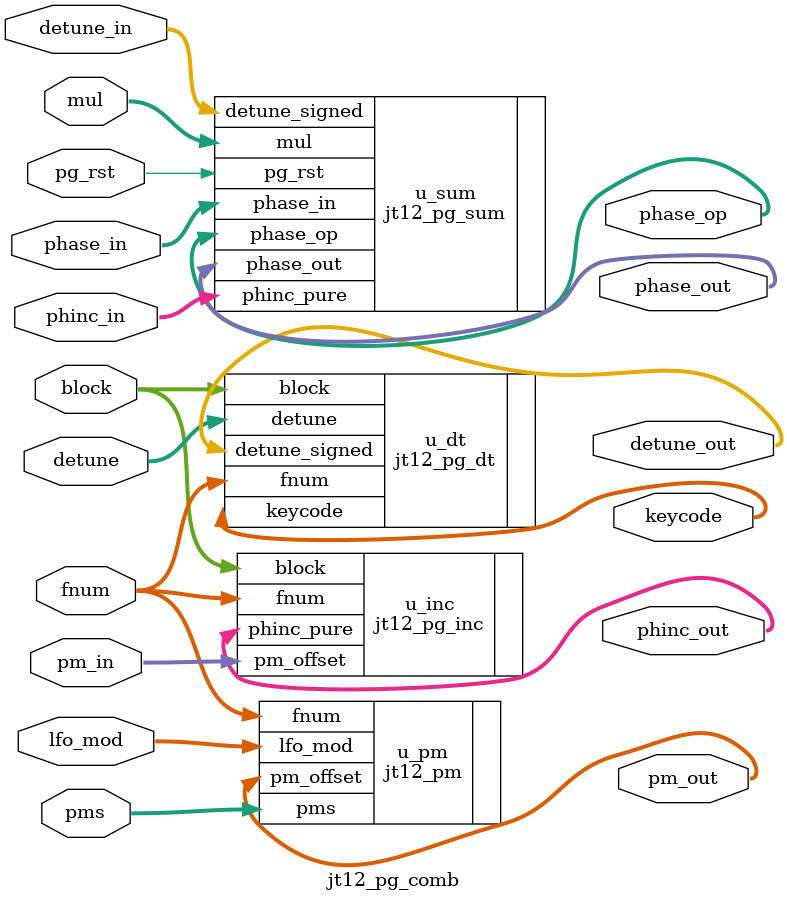
<source format=v>
/*  This file is part of JT12.

	JT12 is free software: you can redistribute it and/or modify
	it under the terms of the GNU General Public License as published by
	the Free Software Foundation, either version 3 of the License, or
	(at your option) any later version.

	JT12 is distributed in the hope that it will be useful,
	but WITHOUT ANY WARRANTY; without even the implied warranty of
	MERCHANTABILITY or FITNESS FOR A PARTICULAR PURPOSE.  See the
	GNU General Public License for more details.

	You should have received a copy of the GNU General Public License
	along with JT12.  If not, see <http://www.gnu.org/licenses/>.
	
	Author: Jose Tejada Gomez. Twitter: @topapate
	Version: 1.0
	Date: 2-11-2018
	
	Based on information posted by Nemesis on:
http://gendev.spritesmind.net/forum/viewtopic.php?t=386&postdays=0&postorder=asc&start=167

	Based on jt51_phasegen.v, from JT51	
*/

module jt12_pg_comb(
	input		[ 2:0]	block,
	input		[10:0]  fnum,
	// Phase Modulation
	input		[ 4:0]  lfo_mod,
	input		[ 2:0]  pms,
	output		[ 7:0]	pm_out,

	// Detune
	input		[ 2:0]	detune,

	output reg	[ 4:0]	keycode,
	output reg signed [5:0] detune_out,
	// Phase increment	
	output reg	[18:0]  phinc_out,
	// Phase add
	input		[ 3:0]	mul,
	input		[19:0]	phase_in,
	input				pg_rst,
	input signed [7:0]	pm_in,
	input signed [5:0]  detune_in,
	input		[18:0]  phinc_in,

	output reg	[19:0]	phase_out,
	output reg	[ 9:0]	phase_op
);

wire signed [7:0] pm_offset_I;

/*	pm, pg_dt and pg_inc operate in parallel */ 
jt12_pm u_pm(
	.lfo_mod	( lfo_mod		),
	.fnum		( fnum	 		),
	.pms		( pms			),
	.pm_offset	( pm_out		)
);

jt12_pg_dt u_dt(
	.block		( block		),
	.fnum		( fnum		),
	.detune		( detune	),
	.keycode	( keycode	),
	.detune_signed( detune_out	)
);

jt12_pg_inc u_inc(
	.block		( block		),
	.fnum		( fnum		),
	.pm_offset	( pm_in		),
	.phinc_pure	( phinc_out	)
);

// pg_sum uses the output from the previous blocks

jt12_pg_sum u_sum(
	.mul			( mul			),
	.phase_in		( phase_in		),
	.pg_rst			( pg_rst		),
	.detune_signed	( detune_in		),
	.phinc_pure		( phinc_in		),
	.phase_out		( phase_out		),
	.phase_op		( phase_op		)
);

endmodule // jt12_pg_comb
</source>
